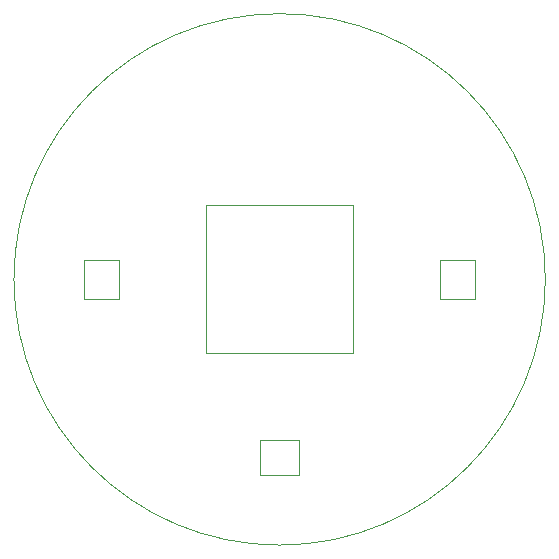
<source format=gm1>
%TF.GenerationSoftware,KiCad,Pcbnew,(6.0.4)*%
%TF.CreationDate,2022-04-07T13:34:55+02:00*%
%TF.ProjectId,LSB1 Top Plate,4c534231-2054-46f7-9020-506c6174652e,v1.0*%
%TF.SameCoordinates,Original*%
%TF.FileFunction,Profile,NP*%
%FSLAX46Y46*%
G04 Gerber Fmt 4.6, Leading zero omitted, Abs format (unit mm)*
G04 Created by KiCad (PCBNEW (6.0.4)) date 2022-04-07 13:34:55*
%MOMM*%
%LPD*%
G01*
G04 APERTURE LIST*
%TA.AperFunction,Profile*%
%ADD10C,0.100000*%
%TD*%
%TA.AperFunction,Profile*%
%ADD11C,0.120000*%
%TD*%
G04 APERTURE END LIST*
D10*
X53479929Y-74281964D02*
X56756072Y-74281964D01*
X56756072Y-74281964D02*
X56756072Y-77290034D01*
X56756072Y-77290034D02*
X53479929Y-77290034D01*
X53479929Y-77290034D02*
X53479929Y-74281964D01*
X38533967Y-59067930D02*
X41542036Y-59067930D01*
X41542036Y-59067930D02*
X41542036Y-62344071D01*
X41542036Y-62344071D02*
X38533967Y-62344071D01*
X38533967Y-62344071D02*
X38533967Y-59067930D01*
X77615682Y-60712004D02*
G75*
G03*
X77615682Y-60712004I-22496100J0D01*
G01*
X68693964Y-59067929D02*
X71702033Y-59067929D01*
X71702033Y-59067929D02*
X71702033Y-62344070D01*
X71702033Y-62344070D02*
X68693964Y-62344070D01*
X68693964Y-62344070D02*
X68693964Y-59067929D01*
D11*
X61368000Y-54456000D02*
X61368000Y-66956000D01*
X61368000Y-66956000D02*
X48868000Y-66956000D01*
X48868000Y-54456000D02*
X61368000Y-54456000D01*
X48868000Y-66956000D02*
X48868000Y-54456000D01*
M02*

</source>
